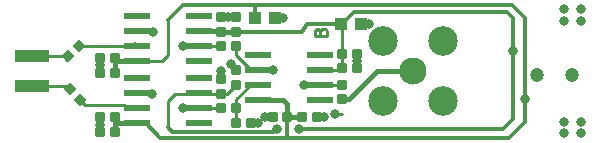
<source format=gbr>
%TF.GenerationSoftware,KiCad,Pcbnew,6.0.0-rc1-unknown-fbdb2bd91f~144~ubuntu20.04.1*%
%TF.CreationDate,2021-12-08T11:49:30+07:00*%
%TF.ProjectId,diff-probe,64696666-2d70-4726-9f62-652e6b696361,rev?*%
%TF.SameCoordinates,Original*%
%TF.FileFunction,Copper,L1,Top*%
%TF.FilePolarity,Positive*%
%FSLAX46Y46*%
G04 Gerber Fmt 4.6, Leading zero omitted, Abs format (unit mm)*
G04 Created by KiCad (PCBNEW 6.0.0-rc1-unknown-fbdb2bd91f~144~ubuntu20.04.1) date 2021-12-08 11:49:30*
%MOMM*%
%LPD*%
G01*
G04 APERTURE LIST*
G04 Aperture macros list*
%AMRoundRect*
0 Rectangle with rounded corners*
0 $1 Rounding radius*
0 $2 $3 $4 $5 $6 $7 $8 $9 X,Y pos of 4 corners*
0 Add a 4 corners polygon primitive as box body*
4,1,4,$2,$3,$4,$5,$6,$7,$8,$9,$2,$3,0*
0 Add four circle primitives for the rounded corners*
1,1,$1+$1,$2,$3*
1,1,$1+$1,$4,$5*
1,1,$1+$1,$6,$7*
1,1,$1+$1,$8,$9*
0 Add four rect primitives between the rounded corners*
20,1,$1+$1,$2,$3,$4,$5,0*
20,1,$1+$1,$4,$5,$6,$7,0*
20,1,$1+$1,$6,$7,$8,$9,0*
20,1,$1+$1,$8,$9,$2,$3,0*%
G04 Aperture macros list end*
%ADD10C,0.254000*%
%TA.AperFunction,NonConductor*%
%ADD11C,0.254000*%
%TD*%
%TA.AperFunction,SMDPad,CuDef*%
%ADD12RoundRect,0.100000X0.000000X-0.424264X0.424264X0.000000X0.000000X0.424264X-0.424264X0.000000X0*%
%TD*%
%TA.AperFunction,SMDPad,CuDef*%
%ADD13RoundRect,0.100000X0.000000X0.424264X-0.424264X0.000000X0.000000X-0.424264X0.424264X0.000000X0*%
%TD*%
%TA.AperFunction,SMDPad,CuDef*%
%ADD14R,3.000000X1.000000*%
%TD*%
%TA.AperFunction,SMDPad,CuDef*%
%ADD15RoundRect,0.100000X-0.300000X-0.300000X0.300000X-0.300000X0.300000X0.300000X-0.300000X0.300000X0*%
%TD*%
%TA.AperFunction,SMDPad,CuDef*%
%ADD16RoundRect,0.100000X0.300000X0.300000X-0.300000X0.300000X-0.300000X-0.300000X0.300000X-0.300000X0*%
%TD*%
%TA.AperFunction,SMDPad,CuDef*%
%ADD17RoundRect,0.100000X0.424264X0.000000X0.000000X0.424264X-0.424264X0.000000X0.000000X-0.424264X0*%
%TD*%
%TA.AperFunction,SMDPad,CuDef*%
%ADD18RoundRect,0.100000X-0.424264X0.000000X0.000000X-0.424264X0.424264X0.000000X0.000000X0.424264X0*%
%TD*%
%TA.AperFunction,SMDPad,CuDef*%
%ADD19R,2.209800X0.609600*%
%TD*%
%TA.AperFunction,SMDPad,CuDef*%
%ADD20RoundRect,0.100000X-0.300000X0.300000X-0.300000X-0.300000X0.300000X-0.300000X0.300000X0.300000X0*%
%TD*%
%TA.AperFunction,SMDPad,CuDef*%
%ADD21RoundRect,0.100000X0.300000X-0.300000X0.300000X0.300000X-0.300000X0.300000X-0.300000X-0.300000X0*%
%TD*%
%TA.AperFunction,ComponentPad*%
%ADD22C,2.300000*%
%TD*%
%TA.AperFunction,ComponentPad*%
%ADD23C,2.500000*%
%TD*%
%TA.AperFunction,SMDPad,CuDef*%
%ADD24R,1.000000X1.100000*%
%TD*%
%TA.AperFunction,WasherPad*%
%ADD25C,1.200000*%
%TD*%
%TA.AperFunction,ViaPad*%
%ADD26C,0.800000*%
%TD*%
%TA.AperFunction,Conductor*%
%ADD27C,0.254000*%
%TD*%
%TA.AperFunction,Conductor*%
%ADD28C,0.250000*%
%TD*%
%TA.AperFunction,Conductor*%
%ADD29C,0.400000*%
%TD*%
%TA.AperFunction,Conductor*%
%ADD30C,0.300000*%
%TD*%
%ADD31C,0.350000*%
G04 APERTURE END LIST*
D10*
D11*
X149920528Y-94632928D02*
X149968909Y-94487785D01*
X150017290Y-94439404D01*
X150114052Y-94391023D01*
X150259195Y-94391023D01*
X150355957Y-94439404D01*
X150404338Y-94487785D01*
X150452719Y-94584547D01*
X150452719Y-94971595D01*
X149436719Y-94971595D01*
X149436719Y-94632928D01*
X149485100Y-94536166D01*
X149533480Y-94487785D01*
X149630242Y-94439404D01*
X149727004Y-94439404D01*
X149823766Y-94487785D01*
X149872147Y-94536166D01*
X149920528Y-94632928D01*
X149920528Y-94971595D01*
D12*
%TO.P,R28,P$1,1*%
%TO.N,Net-(J3-PadP$2)*%
X128566116Y-96713884D03*
D13*
%TO.P,R28,P$2,2*%
%TO.N,Net-(R28-PadP$2)*%
X129450000Y-95830000D03*
%TD*%
D14*
%TO.P,J3,P$1,1*%
%TO.N,Net-(J3-PadP$1)*%
X125501100Y-99273600D03*
%TO.P,J3,P$2,2*%
%TO.N,Net-(J3-PadP$2)*%
X125501100Y-96733600D03*
%TD*%
D15*
%TO.P,C19,P$1,1*%
%TO.N,GND*%
X131251100Y-96878600D03*
D16*
%TO.P,C19,P$2,2*%
%TO.N,V-*%
X132501100Y-96878600D03*
%TD*%
D15*
%TO.P,C20,P$1,1*%
%TO.N,GND*%
X131251100Y-98128600D03*
D16*
%TO.P,C20,P$2,2*%
%TO.N,V-*%
X132501100Y-98128600D03*
%TD*%
%TO.P,C24,P$1,1*%
%TO.N,GND*%
X149626100Y-101878600D03*
D15*
%TO.P,C24,P$2,2*%
%TO.N,V-*%
X148376100Y-101878600D03*
%TD*%
D17*
%TO.P,R20,P$2,2*%
%TO.N,Net-(R20-PadP$2)*%
X129561942Y-100401942D03*
D18*
%TO.P,R20,P$1,1*%
%TO.N,Net-(J3-PadP$1)*%
X128678058Y-99518058D03*
%TD*%
D19*
%TO.P,IC3,1,C*%
%TO.N,unconnected-(IC3-Pad1)*%
X134384900Y-98598600D03*
%TO.P,IC3,2,-IN*%
%TO.N,Net-(IC3-Pad2)*%
X134384900Y-99868600D03*
%TO.P,IC3,3,+IN*%
%TO.N,Net-(R20-PadP$2)*%
X134384900Y-101138600D03*
%TO.P,IC3,4,-VS1*%
%TO.N,V-*%
X134384900Y-102408600D03*
%TO.P,IC3,5,-VS2*%
%TO.N,unconnected-(IC3-Pad5)*%
X139617300Y-102408600D03*
%TO.P,IC3,6,OUT*%
%TO.N,Net-(IC3-Pad6)*%
X139617300Y-101138600D03*
%TO.P,IC3,7,+VS1*%
%TO.N,V+*%
X139617300Y-99868600D03*
%TO.P,IC3,8,A*%
%TO.N,unconnected-(IC3-Pad8)*%
X139617300Y-98598600D03*
%TD*%
D15*
%TO.P,R26,P$1,1*%
%TO.N,Net-(IC4-Pad3)*%
X142751100Y-102378600D03*
D16*
%TO.P,R26,P$2,2*%
%TO.N,GND*%
X144001100Y-102378600D03*
%TD*%
D20*
%TO.P,R30,P$1,1*%
%TO.N,Net-(IC4-Pad6)*%
X151751100Y-99128600D03*
D21*
%TO.P,R30,P$2,2*%
%TO.N,Net-(X2-Pad1)*%
X151751100Y-100378600D03*
%TD*%
D15*
%TO.P,C22,P$1,1*%
%TO.N,GND*%
X131251100Y-103128600D03*
D16*
%TO.P,C22,P$2,2*%
%TO.N,V-*%
X132501100Y-103128600D03*
%TD*%
D15*
%TO.P,C18,P$1,1*%
%TO.N,V+*%
X151751100Y-97753600D03*
D16*
%TO.P,C18,P$2,2*%
%TO.N,GND*%
X153001100Y-97753600D03*
%TD*%
D15*
%TO.P,C17,P$1,1*%
%TO.N,V+*%
X151751100Y-96503600D03*
D16*
%TO.P,C17,P$2,2*%
%TO.N,GND*%
X153001100Y-96503600D03*
%TD*%
D21*
%TO.P,C16,P$1,1*%
%TO.N,V+*%
X141501100Y-99878600D03*
D20*
%TO.P,C16,P$2,2*%
%TO.N,GND*%
X141501100Y-98628600D03*
%TD*%
D15*
%TO.P,R22,P$1,1*%
%TO.N,Net-(IC3-Pad6)*%
X141501100Y-101128600D03*
D16*
%TO.P,R22,P$2,2*%
%TO.N,Net-(IC4-Pad3)*%
X142751100Y-101128600D03*
%TD*%
D15*
%TO.P,C21,P$1,1*%
%TO.N,GND*%
X131251100Y-101878600D03*
D16*
%TO.P,C21,P$2,2*%
%TO.N,V-*%
X132501100Y-101878600D03*
%TD*%
D21*
%TO.P,C13,P$1,1*%
%TO.N,V+*%
X141501100Y-94628600D03*
D20*
%TO.P,C13,P$2,2*%
%TO.N,GND*%
X141501100Y-93378600D03*
%TD*%
D19*
%TO.P,IC5,8,A*%
%TO.N,unconnected-(IC5-Pad8)*%
X139617300Y-93348600D03*
%TO.P,IC5,7,+VS1*%
%TO.N,V+*%
X139617300Y-94618600D03*
%TO.P,IC5,6,OUT*%
%TO.N,Net-(IC5-Pad6)*%
X139617300Y-95888600D03*
%TO.P,IC5,5,-VS2*%
%TO.N,unconnected-(IC5-Pad5)*%
X139617300Y-97158600D03*
%TO.P,IC5,4,-VS1*%
%TO.N,V-*%
X134384900Y-97158600D03*
%TO.P,IC5,3,+IN*%
%TO.N,Net-(R28-PadP$2)*%
X134384900Y-95888600D03*
%TO.P,IC5,2,-IN*%
%TO.N,Net-(IC5-Pad2)*%
X134384900Y-94618600D03*
%TO.P,IC5,1,C*%
%TO.N,unconnected-(IC5-Pad1)*%
X134384900Y-93348600D03*
%TD*%
D21*
%TO.P,C14,P$1,1*%
%TO.N,V+*%
X142751100Y-94628600D03*
D20*
%TO.P,C14,P$2,2*%
%TO.N,GND*%
X142751100Y-93378600D03*
%TD*%
D22*
%TO.P,X2,1,1*%
%TO.N,Net-(X2-Pad1)*%
X157751100Y-98003600D03*
D23*
%TO.P,X2,2,2*%
%TO.N,GND*%
X155201200Y-95453700D03*
%TO.P,X2,3,2*%
X160301000Y-95453700D03*
%TO.P,X2,4,2*%
X160301000Y-100553500D03*
%TO.P,X2,5,2*%
X155201200Y-100553500D03*
%TD*%
D24*
%TO.P,C54,1,1*%
%TO.N,GND*%
X146101100Y-93503600D03*
%TO.P,C54,2,2*%
%TO.N,V-*%
X144401100Y-93503600D03*
%TD*%
%TO.P,C52,1,1*%
%TO.N,V+*%
X151651100Y-94003600D03*
%TO.P,C52,2,2*%
%TO.N,GND*%
X153351100Y-94003600D03*
%TD*%
D19*
%TO.P,IC4,1,C*%
%TO.N,unconnected-(IC4-Pad1)*%
X144634900Y-96598600D03*
%TO.P,IC4,2,-IN*%
%TO.N,Net-(IC4-Pad2)*%
X144634900Y-97868600D03*
%TO.P,IC4,3,+IN*%
%TO.N,Net-(IC4-Pad3)*%
X144634900Y-99138600D03*
%TO.P,IC4,4,-VS1*%
%TO.N,V-*%
X144634900Y-100408600D03*
%TO.P,IC4,5,-VS2*%
%TO.N,unconnected-(IC4-Pad5)*%
X149867300Y-100408600D03*
%TO.P,IC4,6,OUT*%
%TO.N,Net-(IC4-Pad6)*%
X149867300Y-99138600D03*
%TO.P,IC4,7,+VS1*%
%TO.N,V+*%
X149867300Y-97868600D03*
%TO.P,IC4,8,A*%
%TO.N,unconnected-(IC4-Pad8)*%
X149867300Y-96598600D03*
%TD*%
D21*
%TO.P,C15,P$1,1*%
%TO.N,V+*%
X142751100Y-99128600D03*
D20*
%TO.P,C15,P$2,2*%
%TO.N,GND*%
X142751100Y-97878600D03*
%TD*%
D15*
%TO.P,C23,P$1,1*%
%TO.N,GND*%
X145876100Y-101878600D03*
D16*
%TO.P,C23,P$2,2*%
%TO.N,V-*%
X147126100Y-101878600D03*
%TD*%
D15*
%TO.P,R32,P$1,1*%
%TO.N,Net-(IC5-Pad6)*%
X141501100Y-95878600D03*
D16*
%TO.P,R32,P$2,2*%
%TO.N,Net-(IC4-Pad2)*%
X142751100Y-95878600D03*
%TD*%
D25*
%TO.P,J4,*%
%TO.N,*%
X171251100Y-98303600D03*
X168251100Y-98303600D03*
%TD*%
D26*
%TO.N,Net-(IC3-Pad2)*%
X135626100Y-99878600D03*
%TO.N,GND*%
X172001100Y-93753600D03*
X170501100Y-103253600D03*
X172001100Y-102253600D03*
X145251100Y-101878600D03*
X170501100Y-93753600D03*
X172001100Y-103253600D03*
X131251100Y-97503600D03*
X170501100Y-92753600D03*
X150251100Y-101878600D03*
X172001100Y-92753600D03*
X154001100Y-94003600D03*
X170501100Y-102253600D03*
X131251100Y-102503600D03*
X153001100Y-97128600D03*
X144626100Y-102378600D03*
X151126100Y-101628600D03*
X142376100Y-97378600D03*
X146751100Y-93503600D03*
X142126100Y-93378600D03*
X141501100Y-98003600D03*
%TO.N,V+*%
X146251100Y-102878600D03*
X148126100Y-102878600D03*
X166251100Y-96303600D03*
%TO.N,V-*%
X167251100Y-100303600D03*
%TO.N,Net-(IC3-Pad6)*%
X138251100Y-101128600D03*
%TO.N,Net-(IC4-Pad2)*%
X145876100Y-97878600D03*
%TO.N,Net-(IC4-Pad6)*%
X148501100Y-99128600D03*
%TO.N,Net-(IC5-Pad2)*%
X135751100Y-94628600D03*
%TO.N,Net-(IC5-Pad6)*%
X138251100Y-95878600D03*
%TD*%
D27*
%TO.N,Net-(R20-PadP$2)*%
X134384900Y-101138600D02*
X133588600Y-101138600D01*
X130020000Y-100860000D02*
X129561942Y-100401942D01*
X133588600Y-101138600D02*
X133310000Y-100860000D01*
X133310000Y-100860000D02*
X130020000Y-100860000D01*
%TO.N,Net-(J3-PadP$1)*%
X125501100Y-99273600D02*
X128583600Y-99273600D01*
X128583600Y-99273600D02*
X128668058Y-99358058D01*
%TO.N,Net-(J3-PadP$2)*%
X125501100Y-96733600D02*
X128546400Y-96733600D01*
X128546400Y-96733600D02*
X128566116Y-96713884D01*
D28*
%TO.N,Net-(R28-PadP$2)*%
X129450000Y-95830000D02*
X129508600Y-95888600D01*
X129508600Y-95888600D02*
X134384900Y-95888600D01*
D29*
%TO.N,Net-(X2-Pad1)*%
X157751100Y-98003600D02*
X154746400Y-98003600D01*
X154746400Y-98003600D02*
X152371400Y-100378600D01*
X152371400Y-100378600D02*
X151751100Y-100378600D01*
D28*
%TO.N,Net-(R28-PadP$2)*%
X134124900Y-95628600D02*
X134384900Y-95888600D01*
D27*
%TO.N,Net-(R20-PadP$2)*%
X133568600Y-101138600D02*
X134384900Y-101138600D01*
%TO.N,Net-(IC3-Pad2)*%
X135626100Y-99878600D02*
X134394900Y-99878600D01*
X134394900Y-99878600D02*
X134384900Y-99868600D01*
%TO.N,GND*%
X131251100Y-102503600D02*
X131251100Y-103128600D01*
X141501100Y-98003600D02*
X141501100Y-98628600D01*
X142751100Y-93378600D02*
X142126100Y-93378600D01*
X131251100Y-97503600D02*
X131251100Y-96878600D01*
X142751100Y-97878600D02*
X142376100Y-97503600D01*
X153351100Y-94003600D02*
X154001100Y-94003600D01*
D30*
X146751100Y-93503600D02*
X146101100Y-93503600D01*
D27*
X131251100Y-98128600D02*
X131251100Y-97503600D01*
X151126100Y-101628600D02*
X151751100Y-101628600D01*
X142376100Y-97503600D02*
X142376100Y-97378600D01*
X144001100Y-102378600D02*
X144626100Y-102378600D01*
D29*
X131251100Y-101878600D02*
X131251100Y-102503600D01*
D27*
X150251100Y-101878600D02*
X149626100Y-101878600D01*
X145876100Y-101878600D02*
X145251100Y-101878600D01*
X142126100Y-93378600D02*
X141501100Y-93378600D01*
%TO.N,V+*%
X138741100Y-99868600D02*
X138251100Y-99878600D01*
X141501100Y-94628600D02*
X141241100Y-94618600D01*
X149867300Y-97868600D02*
X151636100Y-97868600D01*
D30*
X165376100Y-102878600D02*
X166251100Y-102003600D01*
X151751100Y-94003600D02*
X152751100Y-93003600D01*
D27*
X141501100Y-99878600D02*
X142001100Y-99878600D01*
D29*
X141241100Y-94618600D02*
X139617300Y-94618600D01*
D30*
X165751100Y-93003600D02*
X152751100Y-93003600D01*
X148751100Y-94003600D02*
X151651100Y-94003600D01*
D27*
X151636100Y-97868600D02*
X151751100Y-97753600D01*
X137626100Y-99878600D02*
X137001100Y-100503600D01*
X151651100Y-94003600D02*
X151751100Y-94003600D01*
X139627300Y-99878600D02*
X139617300Y-99868600D01*
D30*
X166251100Y-93503600D02*
X165751100Y-93003600D01*
X148376100Y-94628600D02*
X148751100Y-94003600D01*
X166251100Y-102003600D02*
X166251100Y-96303600D01*
D27*
X141501100Y-99878600D02*
X139627300Y-99878600D01*
X138251100Y-99878600D02*
X137626100Y-99878600D01*
D30*
X146001100Y-103128600D02*
X146251100Y-102878600D01*
D27*
X137001100Y-100503600D02*
X137001100Y-102753600D01*
D30*
X166251100Y-96303600D02*
X166251100Y-93503600D01*
D27*
X139617300Y-99868600D02*
X138741100Y-99868600D01*
X151751100Y-97753600D02*
X151751100Y-96503600D01*
D30*
X148126100Y-102878600D02*
X165376100Y-102878600D01*
X137001100Y-102753600D02*
X137376100Y-103128600D01*
D27*
X151751100Y-96503600D02*
X151751100Y-94003600D01*
X142001100Y-99878600D02*
X142751100Y-99128600D01*
D29*
X141501100Y-94628600D02*
X142751100Y-94628600D01*
D30*
X142751100Y-94628600D02*
X148376100Y-94628600D01*
X137376100Y-103128600D02*
X146001100Y-103128600D01*
%TO.N,V-*%
X167251100Y-102253600D02*
X167251100Y-100303600D01*
X135126100Y-102378600D02*
X136376100Y-103628600D01*
D29*
X132501100Y-102378600D02*
X132501100Y-101878600D01*
X132501100Y-98128600D02*
X132501100Y-96878600D01*
D30*
X167251100Y-93503600D02*
X166126100Y-92378600D01*
X147126100Y-101878600D02*
X147126100Y-103628600D01*
D29*
X132501100Y-101878600D02*
X132501100Y-103128600D01*
X134384900Y-97158600D02*
X132501100Y-97158600D01*
X134384900Y-102408600D02*
X135126100Y-102408600D01*
D27*
X136471100Y-97158600D02*
X137001100Y-96628600D01*
D29*
X144634900Y-100408600D02*
X146781100Y-100408600D01*
D30*
X165876100Y-103628600D02*
X147126100Y-103628600D01*
D29*
X135126100Y-102408600D02*
X135126100Y-102378600D01*
X146781100Y-100408600D02*
X147126100Y-100753600D01*
X134384900Y-102408600D02*
X132501100Y-102408600D01*
X147126100Y-101878600D02*
X148376100Y-101878600D01*
D30*
X144401100Y-93503600D02*
X144401100Y-92603600D01*
D27*
X144401100Y-92603600D02*
X144501100Y-92378600D01*
D29*
X132501100Y-102408600D02*
X132501100Y-103128600D01*
D30*
X144501100Y-92378600D02*
X166126100Y-92378600D01*
X137001100Y-93628600D02*
X138251100Y-92378600D01*
X167251100Y-100303600D02*
X167251100Y-93503600D01*
D27*
X134384900Y-97158600D02*
X136471100Y-97158600D01*
D30*
X147126100Y-103628600D02*
X136376100Y-103628600D01*
X165876100Y-103628600D02*
X167251100Y-102253600D01*
D29*
X132501100Y-97158600D02*
X132501100Y-96878600D01*
D27*
X137001100Y-96628600D02*
X137001100Y-93628600D01*
D29*
X147126100Y-100753600D02*
X147126100Y-101878600D01*
D30*
X138251100Y-92378600D02*
X144501100Y-92378600D01*
D27*
%TO.N,Net-(IC3-Pad6)*%
X141491100Y-101138600D02*
X141501100Y-101128600D01*
X139607300Y-101128600D02*
X139617300Y-101138600D01*
X139617300Y-101138600D02*
X141491100Y-101138600D01*
X138251100Y-101128600D02*
X139607300Y-101128600D01*
%TO.N,Net-(IC4-Pad2)*%
X144519900Y-97753600D02*
X144634900Y-97868600D01*
X142751100Y-95878600D02*
X142751100Y-96628600D01*
X142751100Y-96628600D02*
X143876100Y-97753600D01*
X144634900Y-97868600D02*
X145866100Y-97868600D01*
X143876100Y-97753600D02*
X144519900Y-97753600D01*
X145866100Y-97868600D02*
X145876100Y-97878600D01*
%TO.N,Net-(IC4-Pad3)*%
X144001100Y-99128600D02*
X144624900Y-99128600D01*
X142751100Y-101128600D02*
X142751100Y-102378600D01*
X142751100Y-101128600D02*
X142751100Y-100378600D01*
X144624900Y-99128600D02*
X144634900Y-99138600D01*
X142751100Y-100378600D02*
X144001100Y-99128600D01*
%TO.N,Net-(IC4-Pad6)*%
X149867300Y-99138600D02*
X151741100Y-99138600D01*
X148511100Y-99138600D02*
X148501100Y-99128600D01*
X151741100Y-99138600D02*
X151751100Y-99128600D01*
X149867300Y-99138600D02*
X148511100Y-99138600D01*
%TO.N,Net-(IC5-Pad2)*%
X135741100Y-94618600D02*
X135751100Y-94628600D01*
X134384900Y-94618600D02*
X135741100Y-94618600D01*
%TO.N,Net-(R28-PadP$2)*%
X134384900Y-95888600D02*
X133636100Y-95888600D01*
%TO.N,Net-(IC5-Pad6)*%
X141386100Y-95888600D02*
X141501100Y-95878600D01*
X139617300Y-95888600D02*
X138261100Y-95888600D01*
X138261100Y-95888600D02*
X138251100Y-95878600D01*
X139617300Y-95888600D02*
X141386100Y-95888600D01*
%TO.N,Net-(J3-PadP$1)*%
X126626100Y-99003600D02*
X126356100Y-99273600D01*
X126356100Y-99273600D02*
X125501100Y-99273600D01*
%TO.N,Net-(J3-PadP$2)*%
X125981100Y-96733600D02*
X125501100Y-96733600D01*
X128501100Y-96878600D02*
X128376100Y-97003600D01*
X126251100Y-97003600D02*
X125981100Y-96733600D01*
%TD*%
D31*
X135626100Y-99878600D03*
X172001100Y-93753600D03*
X170501100Y-103253600D03*
X172001100Y-102253600D03*
X145251100Y-101878600D03*
X170501100Y-93753600D03*
X172001100Y-103253600D03*
X131251100Y-97503600D03*
X170501100Y-92753600D03*
X150251100Y-101878600D03*
X172001100Y-92753600D03*
X154001100Y-94003600D03*
X170501100Y-102253600D03*
X131251100Y-102503600D03*
X153001100Y-97128600D03*
X144626100Y-102378600D03*
X151126100Y-101628600D03*
X142376100Y-97378600D03*
X146751100Y-93503600D03*
X142126100Y-93378600D03*
X141501100Y-98003600D03*
X146251100Y-102878600D03*
X148126100Y-102878600D03*
X166251100Y-96303600D03*
X167251100Y-100303600D03*
X138251100Y-101128600D03*
X145876100Y-97878600D03*
X148501100Y-99128600D03*
X135751100Y-94628600D03*
X138251100Y-95878600D03*
X157751100Y-98003600D03*
X155201200Y-95453700D03*
X160301000Y-95453700D03*
X160301000Y-100553500D03*
X155201200Y-100553500D03*
X171251100Y-98303600D03*
X168251100Y-98303600D03*
M02*

</source>
